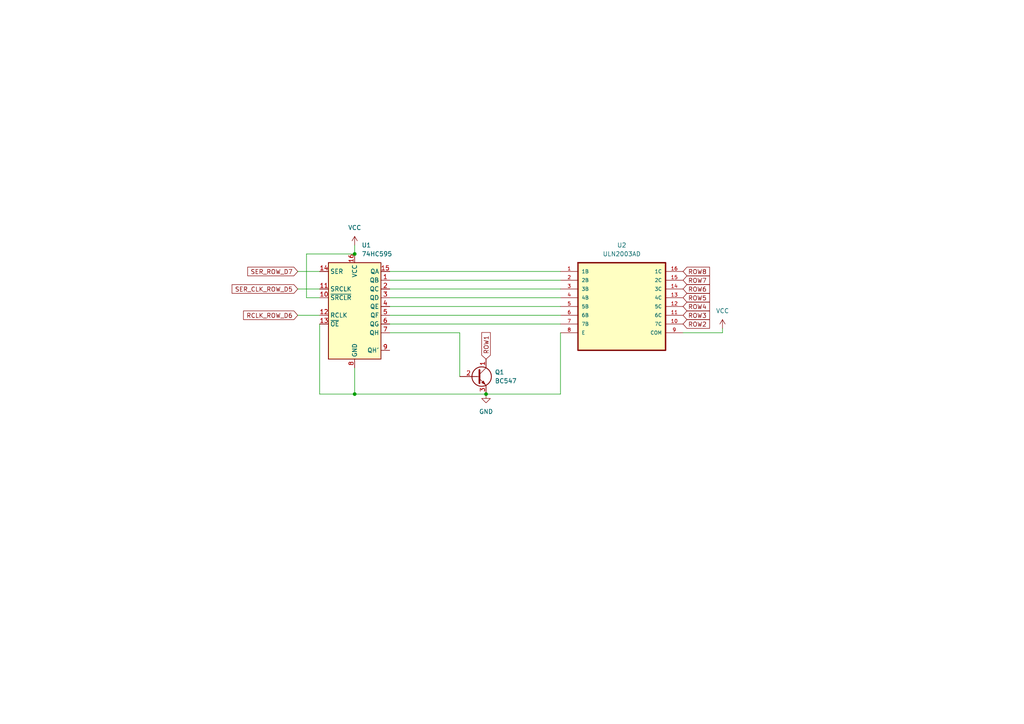
<source format=kicad_sch>
(kicad_sch (version 20211123) (generator eeschema)

  (uuid bd7abc74-5c33-4c66-97d7-cce1f87a60bb)

  (paper "A4")

  (lib_symbols
    (symbol "74xx:74HC595" (in_bom yes) (on_board yes)
      (property "Reference" "U" (id 0) (at -7.62 13.97 0)
        (effects (font (size 1.27 1.27)))
      )
      (property "Value" "74HC595" (id 1) (at -7.62 -16.51 0)
        (effects (font (size 1.27 1.27)))
      )
      (property "Footprint" "" (id 2) (at 0 0 0)
        (effects (font (size 1.27 1.27)) hide)
      )
      (property "Datasheet" "http://www.ti.com/lit/ds/symlink/sn74hc595.pdf" (id 3) (at 0 0 0)
        (effects (font (size 1.27 1.27)) hide)
      )
      (property "ki_keywords" "HCMOS SR 3State" (id 4) (at 0 0 0)
        (effects (font (size 1.27 1.27)) hide)
      )
      (property "ki_description" "8-bit serial in/out Shift Register 3-State Outputs" (id 5) (at 0 0 0)
        (effects (font (size 1.27 1.27)) hide)
      )
      (property "ki_fp_filters" "DIP*W7.62mm* SOIC*3.9x9.9mm*P1.27mm* TSSOP*4.4x5mm*P0.65mm* SOIC*5.3x10.2mm*P1.27mm* SOIC*7.5x10.3mm*P1.27mm*" (id 6) (at 0 0 0)
        (effects (font (size 1.27 1.27)) hide)
      )
      (symbol "74HC595_1_0"
        (pin tri_state line (at 10.16 7.62 180) (length 2.54)
          (name "QB" (effects (font (size 1.27 1.27))))
          (number "1" (effects (font (size 1.27 1.27))))
        )
        (pin input line (at -10.16 2.54 0) (length 2.54)
          (name "~{SRCLR}" (effects (font (size 1.27 1.27))))
          (number "10" (effects (font (size 1.27 1.27))))
        )
        (pin input line (at -10.16 5.08 0) (length 2.54)
          (name "SRCLK" (effects (font (size 1.27 1.27))))
          (number "11" (effects (font (size 1.27 1.27))))
        )
        (pin input line (at -10.16 -2.54 0) (length 2.54)
          (name "RCLK" (effects (font (size 1.27 1.27))))
          (number "12" (effects (font (size 1.27 1.27))))
        )
        (pin input line (at -10.16 -5.08 0) (length 2.54)
          (name "~{OE}" (effects (font (size 1.27 1.27))))
          (number "13" (effects (font (size 1.27 1.27))))
        )
        (pin input line (at -10.16 10.16 0) (length 2.54)
          (name "SER" (effects (font (size 1.27 1.27))))
          (number "14" (effects (font (size 1.27 1.27))))
        )
        (pin tri_state line (at 10.16 10.16 180) (length 2.54)
          (name "QA" (effects (font (size 1.27 1.27))))
          (number "15" (effects (font (size 1.27 1.27))))
        )
        (pin power_in line (at 0 15.24 270) (length 2.54)
          (name "VCC" (effects (font (size 1.27 1.27))))
          (number "16" (effects (font (size 1.27 1.27))))
        )
        (pin tri_state line (at 10.16 5.08 180) (length 2.54)
          (name "QC" (effects (font (size 1.27 1.27))))
          (number "2" (effects (font (size 1.27 1.27))))
        )
        (pin tri_state line (at 10.16 2.54 180) (length 2.54)
          (name "QD" (effects (font (size 1.27 1.27))))
          (number "3" (effects (font (size 1.27 1.27))))
        )
        (pin tri_state line (at 10.16 0 180) (length 2.54)
          (name "QE" (effects (font (size 1.27 1.27))))
          (number "4" (effects (font (size 1.27 1.27))))
        )
        (pin tri_state line (at 10.16 -2.54 180) (length 2.54)
          (name "QF" (effects (font (size 1.27 1.27))))
          (number "5" (effects (font (size 1.27 1.27))))
        )
        (pin tri_state line (at 10.16 -5.08 180) (length 2.54)
          (name "QG" (effects (font (size 1.27 1.27))))
          (number "6" (effects (font (size 1.27 1.27))))
        )
        (pin tri_state line (at 10.16 -7.62 180) (length 2.54)
          (name "QH" (effects (font (size 1.27 1.27))))
          (number "7" (effects (font (size 1.27 1.27))))
        )
        (pin power_in line (at 0 -17.78 90) (length 2.54)
          (name "GND" (effects (font (size 1.27 1.27))))
          (number "8" (effects (font (size 1.27 1.27))))
        )
        (pin output line (at 10.16 -12.7 180) (length 2.54)
          (name "QH'" (effects (font (size 1.27 1.27))))
          (number "9" (effects (font (size 1.27 1.27))))
        )
      )
      (symbol "74HC595_1_1"
        (rectangle (start -7.62 12.7) (end 7.62 -15.24)
          (stroke (width 0.254) (type default) (color 0 0 0 0))
          (fill (type background))
        )
      )
    )
    (symbol "LED_PROJECT:ULN2003AD" (pin_names (offset 1.016)) (in_bom yes) (on_board yes)
      (property "Reference" "U" (id 0) (at -12.7 13.7 0)
        (effects (font (size 1.27 1.27)) (justify left bottom))
      )
      (property "Value" "ULN2003AD" (id 1) (at -12.7 -16.7 0)
        (effects (font (size 1.27 1.27)) (justify left bottom))
      )
      (property "Footprint" "SOIC127P600X175-16N" (id 2) (at 0 0 0)
        (effects (font (size 1.27 1.27)) (justify bottom) hide)
      )
      (property "Datasheet" "" (id 3) (at 0 0 0)
        (effects (font (size 1.27 1.27)) hide)
      )
      (symbol "ULN2003AD_0_0"
        (rectangle (start -12.7 -12.7) (end 12.7 12.7)
          (stroke (width 0.41) (type default) (color 0 0 0 0))
          (fill (type background))
        )
        (pin input line (at -17.78 10.16 0) (length 5.08)
          (name "1B" (effects (font (size 1.016 1.016))))
          (number "1" (effects (font (size 1.016 1.016))))
        )
        (pin output line (at 17.78 -5.08 180) (length 5.08)
          (name "7C" (effects (font (size 1.016 1.016))))
          (number "10" (effects (font (size 1.016 1.016))))
        )
        (pin output line (at 17.78 -2.54 180) (length 5.08)
          (name "6C" (effects (font (size 1.016 1.016))))
          (number "11" (effects (font (size 1.016 1.016))))
        )
        (pin output line (at 17.78 0 180) (length 5.08)
          (name "5C" (effects (font (size 1.016 1.016))))
          (number "12" (effects (font (size 1.016 1.016))))
        )
        (pin output line (at 17.78 2.54 180) (length 5.08)
          (name "4C" (effects (font (size 1.016 1.016))))
          (number "13" (effects (font (size 1.016 1.016))))
        )
        (pin output line (at 17.78 5.08 180) (length 5.08)
          (name "3C" (effects (font (size 1.016 1.016))))
          (number "14" (effects (font (size 1.016 1.016))))
        )
        (pin output line (at 17.78 7.62 180) (length 5.08)
          (name "2C" (effects (font (size 1.016 1.016))))
          (number "15" (effects (font (size 1.016 1.016))))
        )
        (pin output line (at 17.78 10.16 180) (length 5.08)
          (name "1C" (effects (font (size 1.016 1.016))))
          (number "16" (effects (font (size 1.016 1.016))))
        )
        (pin input line (at -17.78 7.62 0) (length 5.08)
          (name "2B" (effects (font (size 1.016 1.016))))
          (number "2" (effects (font (size 1.016 1.016))))
        )
        (pin input line (at -17.78 5.08 0) (length 5.08)
          (name "3B" (effects (font (size 1.016 1.016))))
          (number "3" (effects (font (size 1.016 1.016))))
        )
        (pin input line (at -17.78 2.54 0) (length 5.08)
          (name "4B" (effects (font (size 1.016 1.016))))
          (number "4" (effects (font (size 1.016 1.016))))
        )
        (pin input line (at -17.78 0 0) (length 5.08)
          (name "5B" (effects (font (size 1.016 1.016))))
          (number "5" (effects (font (size 1.016 1.016))))
        )
        (pin input line (at -17.78 -2.54 0) (length 5.08)
          (name "6B" (effects (font (size 1.016 1.016))))
          (number "6" (effects (font (size 1.016 1.016))))
        )
        (pin input line (at -17.78 -5.08 0) (length 5.08)
          (name "7B" (effects (font (size 1.016 1.016))))
          (number "7" (effects (font (size 1.016 1.016))))
        )
        (pin input line (at -17.78 -7.62 0) (length 5.08)
          (name "E" (effects (font (size 1.016 1.016))))
          (number "8" (effects (font (size 1.016 1.016))))
        )
        (pin output line (at 17.78 -7.62 180) (length 5.08)
          (name "COM" (effects (font (size 1.016 1.016))))
          (number "9" (effects (font (size 1.016 1.016))))
        )
      )
    )
    (symbol "Transistor_BJT:BC547" (pin_names (offset 0) hide) (in_bom yes) (on_board yes)
      (property "Reference" "Q" (id 0) (at 5.08 1.905 0)
        (effects (font (size 1.27 1.27)) (justify left))
      )
      (property "Value" "BC547" (id 1) (at 5.08 0 0)
        (effects (font (size 1.27 1.27)) (justify left))
      )
      (property "Footprint" "Package_TO_SOT_THT:TO-92_Inline" (id 2) (at 5.08 -1.905 0)
        (effects (font (size 1.27 1.27) italic) (justify left) hide)
      )
      (property "Datasheet" "https://www.onsemi.com/pub/Collateral/BC550-D.pdf" (id 3) (at 0 0 0)
        (effects (font (size 1.27 1.27)) (justify left) hide)
      )
      (property "ki_keywords" "NPN Transistor" (id 4) (at 0 0 0)
        (effects (font (size 1.27 1.27)) hide)
      )
      (property "ki_description" "0.1A Ic, 45V Vce, Small Signal NPN Transistor, TO-92" (id 5) (at 0 0 0)
        (effects (font (size 1.27 1.27)) hide)
      )
      (property "ki_fp_filters" "TO?92*" (id 6) (at 0 0 0)
        (effects (font (size 1.27 1.27)) hide)
      )
      (symbol "BC547_0_1"
        (polyline
          (pts
            (xy 0 0)
            (xy 0.635 0)
          )
          (stroke (width 0) (type default) (color 0 0 0 0))
          (fill (type none))
        )
        (polyline
          (pts
            (xy 0.635 0.635)
            (xy 2.54 2.54)
          )
          (stroke (width 0) (type default) (color 0 0 0 0))
          (fill (type none))
        )
        (polyline
          (pts
            (xy 0.635 -0.635)
            (xy 2.54 -2.54)
            (xy 2.54 -2.54)
          )
          (stroke (width 0) (type default) (color 0 0 0 0))
          (fill (type none))
        )
        (polyline
          (pts
            (xy 0.635 1.905)
            (xy 0.635 -1.905)
            (xy 0.635 -1.905)
          )
          (stroke (width 0.508) (type default) (color 0 0 0 0))
          (fill (type none))
        )
        (polyline
          (pts
            (xy 1.27 -1.778)
            (xy 1.778 -1.27)
            (xy 2.286 -2.286)
            (xy 1.27 -1.778)
            (xy 1.27 -1.778)
          )
          (stroke (width 0) (type default) (color 0 0 0 0))
          (fill (type outline))
        )
        (circle (center 1.27 0) (radius 2.8194)
          (stroke (width 0.254) (type default) (color 0 0 0 0))
          (fill (type none))
        )
      )
      (symbol "BC547_1_1"
        (pin passive line (at 2.54 5.08 270) (length 2.54)
          (name "C" (effects (font (size 1.27 1.27))))
          (number "1" (effects (font (size 1.27 1.27))))
        )
        (pin input line (at -5.08 0 0) (length 5.08)
          (name "B" (effects (font (size 1.27 1.27))))
          (number "2" (effects (font (size 1.27 1.27))))
        )
        (pin passive line (at 2.54 -5.08 90) (length 2.54)
          (name "E" (effects (font (size 1.27 1.27))))
          (number "3" (effects (font (size 1.27 1.27))))
        )
      )
    )
    (symbol "power:GND" (power) (pin_names (offset 0)) (in_bom yes) (on_board yes)
      (property "Reference" "#PWR" (id 0) (at 0 -6.35 0)
        (effects (font (size 1.27 1.27)) hide)
      )
      (property "Value" "GND" (id 1) (at 0 -3.81 0)
        (effects (font (size 1.27 1.27)))
      )
      (property "Footprint" "" (id 2) (at 0 0 0)
        (effects (font (size 1.27 1.27)) hide)
      )
      (property "Datasheet" "" (id 3) (at 0 0 0)
        (effects (font (size 1.27 1.27)) hide)
      )
      (property "ki_keywords" "power-flag" (id 4) (at 0 0 0)
        (effects (font (size 1.27 1.27)) hide)
      )
      (property "ki_description" "Power symbol creates a global label with name \"GND\" , ground" (id 5) (at 0 0 0)
        (effects (font (size 1.27 1.27)) hide)
      )
      (symbol "GND_0_1"
        (polyline
          (pts
            (xy 0 0)
            (xy 0 -1.27)
            (xy 1.27 -1.27)
            (xy 0 -2.54)
            (xy -1.27 -1.27)
            (xy 0 -1.27)
          )
          (stroke (width 0) (type default) (color 0 0 0 0))
          (fill (type none))
        )
      )
      (symbol "GND_1_1"
        (pin power_in line (at 0 0 270) (length 0) hide
          (name "GND" (effects (font (size 1.27 1.27))))
          (number "1" (effects (font (size 1.27 1.27))))
        )
      )
    )
    (symbol "power:VCC" (power) (pin_names (offset 0)) (in_bom yes) (on_board yes)
      (property "Reference" "#PWR" (id 0) (at 0 -3.81 0)
        (effects (font (size 1.27 1.27)) hide)
      )
      (property "Value" "VCC" (id 1) (at 0 3.81 0)
        (effects (font (size 1.27 1.27)))
      )
      (property "Footprint" "" (id 2) (at 0 0 0)
        (effects (font (size 1.27 1.27)) hide)
      )
      (property "Datasheet" "" (id 3) (at 0 0 0)
        (effects (font (size 1.27 1.27)) hide)
      )
      (property "ki_keywords" "power-flag" (id 4) (at 0 0 0)
        (effects (font (size 1.27 1.27)) hide)
      )
      (property "ki_description" "Power symbol creates a global label with name \"VCC\"" (id 5) (at 0 0 0)
        (effects (font (size 1.27 1.27)) hide)
      )
      (symbol "VCC_0_1"
        (polyline
          (pts
            (xy -0.762 1.27)
            (xy 0 2.54)
          )
          (stroke (width 0) (type default) (color 0 0 0 0))
          (fill (type none))
        )
        (polyline
          (pts
            (xy 0 0)
            (xy 0 2.54)
          )
          (stroke (width 0) (type default) (color 0 0 0 0))
          (fill (type none))
        )
        (polyline
          (pts
            (xy 0 2.54)
            (xy 0.762 1.27)
          )
          (stroke (width 0) (type default) (color 0 0 0 0))
          (fill (type none))
        )
      )
      (symbol "VCC_1_1"
        (pin power_in line (at 0 0 90) (length 0) hide
          (name "VCC" (effects (font (size 1.27 1.27))))
          (number "1" (effects (font (size 1.27 1.27))))
        )
      )
    )
  )


  (junction (at 102.87 114.3) (diameter 0) (color 0 0 0 0)
    (uuid 15b4ebd0-d3a2-4710-bb13-472a5c336b3a)
  )
  (junction (at 140.97 114.3) (diameter 0) (color 0 0 0 0)
    (uuid 374147fa-5de5-4c24-ae25-f0731b02829f)
  )
  (junction (at 102.87 73.66) (diameter 0) (color 0 0 0 0)
    (uuid 45894a13-96d8-4df7-9790-dd83f516979e)
  )

  (wire (pts (xy 88.9 73.66) (xy 102.87 73.66))
    (stroke (width 0) (type default) (color 0 0 0 0))
    (uuid 16b89c12-9e5d-4554-9d0b-fb929e13da5d)
  )
  (wire (pts (xy 162.56 114.3) (xy 162.56 96.52))
    (stroke (width 0) (type default) (color 0 0 0 0))
    (uuid 1825e8bf-6476-4807-b651-1ef3c3217b5d)
  )
  (wire (pts (xy 162.56 86.36) (xy 113.03 86.36))
    (stroke (width 0) (type default) (color 0 0 0 0))
    (uuid 1c4ca58d-7ff6-4eb6-b961-105b1e776f5c)
  )
  (wire (pts (xy 133.35 96.52) (xy 113.03 96.52))
    (stroke (width 0) (type default) (color 0 0 0 0))
    (uuid 3dd624c6-a9e7-4921-b315-46a915203c9d)
  )
  (wire (pts (xy 113.03 81.28) (xy 162.56 81.28))
    (stroke (width 0) (type default) (color 0 0 0 0))
    (uuid 48653594-89d6-414e-9a38-476ad3ab837a)
  )
  (wire (pts (xy 113.03 93.98) (xy 162.56 93.98))
    (stroke (width 0) (type default) (color 0 0 0 0))
    (uuid 53ec1605-aec2-445a-aaec-d6362c1af545)
  )
  (wire (pts (xy 88.9 86.36) (xy 88.9 73.66))
    (stroke (width 0) (type default) (color 0 0 0 0))
    (uuid 5a5bd1a5-c19f-48aa-a952-9fe9fef43fc2)
  )
  (wire (pts (xy 140.97 114.3) (xy 162.56 114.3))
    (stroke (width 0) (type default) (color 0 0 0 0))
    (uuid 5b775652-bebb-45d2-ab03-15b6d4191b8c)
  )
  (wire (pts (xy 86.36 78.74) (xy 92.71 78.74))
    (stroke (width 0) (type default) (color 0 0 0 0))
    (uuid 5c02fd33-bbe3-4b53-94d1-812f76c6f064)
  )
  (wire (pts (xy 113.03 83.82) (xy 162.56 83.82))
    (stroke (width 0) (type default) (color 0 0 0 0))
    (uuid 5f15ad4c-5e78-4633-aa64-1fe4ba63017e)
  )
  (wire (pts (xy 102.87 106.68) (xy 102.87 114.3))
    (stroke (width 0) (type default) (color 0 0 0 0))
    (uuid 65d3d6ad-4821-4613-88c5-74f695c98973)
  )
  (wire (pts (xy 92.71 93.98) (xy 92.71 114.3))
    (stroke (width 0) (type default) (color 0 0 0 0))
    (uuid 6dbbf307-8e38-4c94-9edf-bad23ef14b52)
  )
  (wire (pts (xy 86.36 83.82) (xy 92.71 83.82))
    (stroke (width 0) (type default) (color 0 0 0 0))
    (uuid 7389da0b-401d-4143-8488-47e3fb43e8b5)
  )
  (wire (pts (xy 86.36 91.44) (xy 92.71 91.44))
    (stroke (width 0) (type default) (color 0 0 0 0))
    (uuid 79f44e94-11fa-430c-bd6a-7535853e8640)
  )
  (wire (pts (xy 198.12 96.52) (xy 209.55 96.52))
    (stroke (width 0) (type default) (color 0 0 0 0))
    (uuid 7ed59f6f-c70d-4fd8-bb31-37af3d883ae5)
  )
  (wire (pts (xy 209.55 96.52) (xy 209.55 95.25))
    (stroke (width 0) (type default) (color 0 0 0 0))
    (uuid 906fb738-e066-427c-b5c2-ee5230e0d2b0)
  )
  (wire (pts (xy 113.03 88.9) (xy 162.56 88.9))
    (stroke (width 0) (type default) (color 0 0 0 0))
    (uuid 9543b907-cac4-401b-b58d-fb4b970684a5)
  )
  (wire (pts (xy 102.87 114.3) (xy 140.97 114.3))
    (stroke (width 0) (type default) (color 0 0 0 0))
    (uuid de677cc9-3a9a-49fa-a82c-40a0caab5b7a)
  )
  (wire (pts (xy 113.03 78.74) (xy 162.56 78.74))
    (stroke (width 0) (type default) (color 0 0 0 0))
    (uuid e786046e-c4bf-440f-b709-d71ad8d1c864)
  )
  (wire (pts (xy 162.56 91.44) (xy 113.03 91.44))
    (stroke (width 0) (type default) (color 0 0 0 0))
    (uuid ea09a3fe-baec-4fbb-925a-b34e9befad8a)
  )
  (wire (pts (xy 92.71 114.3) (xy 102.87 114.3))
    (stroke (width 0) (type default) (color 0 0 0 0))
    (uuid eef831ab-7d96-4182-a249-5295833c117b)
  )
  (wire (pts (xy 92.71 86.36) (xy 88.9 86.36))
    (stroke (width 0) (type default) (color 0 0 0 0))
    (uuid f14b39d2-1372-45f9-ae94-b174e4784d6c)
  )
  (wire (pts (xy 102.87 71.12) (xy 102.87 73.66))
    (stroke (width 0) (type default) (color 0 0 0 0))
    (uuid f42c1d47-d2a8-4cb3-be8d-6c5e7c66e133)
  )
  (wire (pts (xy 133.35 109.22) (xy 133.35 96.52))
    (stroke (width 0) (type default) (color 0 0 0 0))
    (uuid f42eb530-33f9-4509-ab12-e6d9eaa4ec68)
  )

  (global_label "ROW8" (shape input) (at 198.12 78.74 0) (fields_autoplaced)
    (effects (font (size 1.27 1.27)) (justify left))
    (uuid 21de1ead-cf2f-4cba-ac09-34976c844594)
    (property "Intersheet References" "${INTERSHEET_REFS}" (id 0) (at 205.7945 78.8194 0)
      (effects (font (size 1.27 1.27)) (justify left) hide)
    )
  )
  (global_label "RCLK_ROW_D6" (shape input) (at 86.36 91.44 180) (fields_autoplaced)
    (effects (font (size 1.27 1.27)) (justify right))
    (uuid 503356a7-7c47-4a15-a0b1-2ee585436a09)
    (property "Intersheet References" "${INTERSHEET_REFS}" (id 0) (at 70.6421 91.3606 0)
      (effects (font (size 1.27 1.27)) (justify right) hide)
    )
  )
  (global_label "SER_ROW_D7" (shape input) (at 86.36 78.74 180) (fields_autoplaced)
    (effects (font (size 1.27 1.27)) (justify right))
    (uuid 5ffc1ca6-1d52-45bc-ac4d-464d0d7f08a4)
    (property "Intersheet References" "${INTERSHEET_REFS}" (id 0) (at 71.8517 78.6606 0)
      (effects (font (size 1.27 1.27)) (justify right) hide)
    )
  )
  (global_label "ROW4" (shape input) (at 198.12 88.9 0) (fields_autoplaced)
    (effects (font (size 1.27 1.27)) (justify left))
    (uuid 91f3a80d-f7f5-438e-96ec-b4a0804942de)
    (property "Intersheet References" "${INTERSHEET_REFS}" (id 0) (at 205.7945 88.9794 0)
      (effects (font (size 1.27 1.27)) (justify left) hide)
    )
  )
  (global_label "ROW2" (shape input) (at 198.12 93.98 0) (fields_autoplaced)
    (effects (font (size 1.27 1.27)) (justify left))
    (uuid 97268551-6550-4675-ac12-d4fdb0fb1631)
    (property "Intersheet References" "${INTERSHEET_REFS}" (id 0) (at 205.7945 94.0594 0)
      (effects (font (size 1.27 1.27)) (justify left) hide)
    )
  )
  (global_label "ROW1" (shape input) (at 140.97 104.14 90) (fields_autoplaced)
    (effects (font (size 1.27 1.27)) (justify left))
    (uuid 9bb3400f-d3bb-4525-9256-cd6dc0b34891)
    (property "Intersheet References" "${INTERSHEET_REFS}" (id 0) (at 141.0494 96.4655 90)
      (effects (font (size 1.27 1.27)) (justify left) hide)
    )
  )
  (global_label "ROW5" (shape input) (at 198.12 86.36 0) (fields_autoplaced)
    (effects (font (size 1.27 1.27)) (justify left))
    (uuid 9e2cebfa-34b6-43e4-880b-ac1ea468224f)
    (property "Intersheet References" "${INTERSHEET_REFS}" (id 0) (at 205.7945 86.4394 0)
      (effects (font (size 1.27 1.27)) (justify left) hide)
    )
  )
  (global_label "SER_CLK_ROW_D5" (shape input) (at 86.36 83.82 180) (fields_autoplaced)
    (effects (font (size 1.27 1.27)) (justify right))
    (uuid cfff4246-1a75-41bf-9bf8-5e047dc0628d)
    (property "Intersheet References" "${INTERSHEET_REFS}" (id 0) (at 67.3159 83.7406 0)
      (effects (font (size 1.27 1.27)) (justify right) hide)
    )
  )
  (global_label "ROW7" (shape input) (at 198.12 81.28 0) (fields_autoplaced)
    (effects (font (size 1.27 1.27)) (justify left))
    (uuid da5f389d-46f4-45e1-9779-7772383ce242)
    (property "Intersheet References" "${INTERSHEET_REFS}" (id 0) (at 205.7945 81.3594 0)
      (effects (font (size 1.27 1.27)) (justify left) hide)
    )
  )
  (global_label "ROW6" (shape input) (at 198.12 83.82 0) (fields_autoplaced)
    (effects (font (size 1.27 1.27)) (justify left))
    (uuid ec934a99-ebea-4e47-bcd5-f916812ccb44)
    (property "Intersheet References" "${INTERSHEET_REFS}" (id 0) (at 205.7945 83.8994 0)
      (effects (font (size 1.27 1.27)) (justify left) hide)
    )
  )
  (global_label "ROW3" (shape input) (at 198.12 91.44 0) (fields_autoplaced)
    (effects (font (size 1.27 1.27)) (justify left))
    (uuid f69385b1-bdac-4417-88b0-a1ab00d1fa89)
    (property "Intersheet References" "${INTERSHEET_REFS}" (id 0) (at 205.7945 91.5194 0)
      (effects (font (size 1.27 1.27)) (justify left) hide)
    )
  )

  (symbol (lib_id "Transistor_BJT:BC547") (at 138.43 109.22 0) (unit 1)
    (in_bom yes) (on_board yes) (fields_autoplaced)
    (uuid 374834de-57b4-4fcb-a10e-e6a5b431f8c6)
    (property "Reference" "Q1" (id 0) (at 143.51 107.9499 0)
      (effects (font (size 1.27 1.27)) (justify left))
    )
    (property "Value" "BC547" (id 1) (at 143.51 110.4899 0)
      (effects (font (size 1.27 1.27)) (justify left))
    )
    (property "Footprint" "Package_TO_SOT_THT:TO-92_Inline" (id 2) (at 143.51 111.125 0)
      (effects (font (size 1.27 1.27) italic) (justify left) hide)
    )
    (property "Datasheet" "https://www.onsemi.com/pub/Collateral/BC550-D.pdf" (id 3) (at 138.43 109.22 0)
      (effects (font (size 1.27 1.27)) (justify left) hide)
    )
    (pin "1" (uuid 0b0d42fc-d056-4d71-9a67-73cdcc3d6c5c))
    (pin "2" (uuid 9a54262d-b366-447e-8c24-9f6bf98e32df))
    (pin "3" (uuid ba4b31c8-7ff4-4059-bc02-923befd92ae8))
  )

  (symbol (lib_id "power:GND") (at 140.97 114.3 0) (unit 1)
    (in_bom yes) (on_board yes) (fields_autoplaced)
    (uuid 7a5d0177-e1e4-4944-b4e8-5b2a230976a9)
    (property "Reference" "#PWR0103" (id 0) (at 140.97 120.65 0)
      (effects (font (size 1.27 1.27)) hide)
    )
    (property "Value" "GND" (id 1) (at 140.97 119.38 0))
    (property "Footprint" "" (id 2) (at 140.97 114.3 0)
      (effects (font (size 1.27 1.27)) hide)
    )
    (property "Datasheet" "" (id 3) (at 140.97 114.3 0)
      (effects (font (size 1.27 1.27)) hide)
    )
    (pin "1" (uuid fc26129e-c423-4f86-b1b6-e94165da279b))
  )

  (symbol (lib_id "power:VCC") (at 209.55 95.25 0) (unit 1)
    (in_bom yes) (on_board yes) (fields_autoplaced)
    (uuid bacdfd84-ad50-42d5-a874-cbc062c81319)
    (property "Reference" "#PWR0104" (id 0) (at 209.55 99.06 0)
      (effects (font (size 1.27 1.27)) hide)
    )
    (property "Value" "VCC" (id 1) (at 209.55 90.17 0))
    (property "Footprint" "" (id 2) (at 209.55 95.25 0)
      (effects (font (size 1.27 1.27)) hide)
    )
    (property "Datasheet" "" (id 3) (at 209.55 95.25 0)
      (effects (font (size 1.27 1.27)) hide)
    )
    (pin "1" (uuid 062d8e77-bae9-4a80-a9fe-8f5a28d6aabb))
  )

  (symbol (lib_id "power:VCC") (at 102.87 71.12 0) (unit 1)
    (in_bom yes) (on_board yes) (fields_autoplaced)
    (uuid d8241db1-9b43-4de9-8597-e819fcf2b3c4)
    (property "Reference" "#PWR0105" (id 0) (at 102.87 74.93 0)
      (effects (font (size 1.27 1.27)) hide)
    )
    (property "Value" "VCC" (id 1) (at 102.87 66.04 0))
    (property "Footprint" "" (id 2) (at 102.87 71.12 0)
      (effects (font (size 1.27 1.27)) hide)
    )
    (property "Datasheet" "" (id 3) (at 102.87 71.12 0)
      (effects (font (size 1.27 1.27)) hide)
    )
    (pin "1" (uuid 457a9371-c574-4607-a363-a70415a14cca))
  )

  (symbol (lib_id "74xx:74HC595") (at 102.87 88.9 0) (unit 1)
    (in_bom yes) (on_board yes) (fields_autoplaced)
    (uuid e5f47eb0-d198-4366-aa4e-77178a5416c4)
    (property "Reference" "U1" (id 0) (at 104.8894 71.12 0)
      (effects (font (size 1.27 1.27)) (justify left))
    )
    (property "Value" "74HC595" (id 1) (at 104.8894 73.66 0)
      (effects (font (size 1.27 1.27)) (justify left))
    )
    (property "Footprint" "1_LED:MC74HC595ADTR2G" (id 2) (at 102.87 88.9 0)
      (effects (font (size 1.27 1.27)) hide)
    )
    (property "Datasheet" "http://www.ti.com/lit/ds/symlink/sn74hc595.pdf" (id 3) (at 102.87 88.9 0)
      (effects (font (size 1.27 1.27)) hide)
    )
    (pin "1" (uuid 2ef13d4f-ef37-463e-ab8f-f02af52e45d5))
    (pin "10" (uuid e058ec86-0bb2-4073-b72d-7b873c7345c6))
    (pin "11" (uuid adcae3c5-42c9-47a7-a958-47ff00caca35))
    (pin "12" (uuid 19db0328-accf-4892-9c6d-9cabd9a5bb49))
    (pin "13" (uuid 08c4f15b-0984-4367-94e5-eaab7097c271))
    (pin "14" (uuid fdef63ef-c5be-4361-9da4-0fb10ca9fe7d))
    (pin "15" (uuid 218c5a8d-3cf0-4a09-aceb-2c1abbccdb4e))
    (pin "16" (uuid bd097eba-0294-4c7a-91b6-959d9dbc36ec))
    (pin "2" (uuid 111ae4d5-17c0-4455-ab1d-c47e719a2714))
    (pin "3" (uuid f8b2ee1f-631b-4fad-951b-3d4ea2df5951))
    (pin "4" (uuid c603b5ee-9134-42ca-bba0-6294cec33465))
    (pin "5" (uuid 218e3484-b951-4fc4-861d-490dd7b17b45))
    (pin "6" (uuid 1169a0d1-a649-445d-96bd-b4da82477565))
    (pin "7" (uuid cc4459d9-6392-4fb8-baa0-c5123e3eb9e3))
    (pin "8" (uuid f176f8b1-ec74-4ed3-bd5a-5aefc7e9b00c))
    (pin "9" (uuid 2cb2fb66-858e-44be-9e76-fdb078dc9f5b))
  )

  (symbol (lib_id "LED_PROJECT:ULN2003AD") (at 180.34 88.9 0) (unit 1)
    (in_bom yes) (on_board yes) (fields_autoplaced)
    (uuid f1cda6a8-9684-4186-8a9c-78816bf85a68)
    (property "Reference" "U2" (id 0) (at 180.34 71.12 0))
    (property "Value" "ULN2003AD" (id 1) (at 180.34 73.66 0))
    (property "Footprint" "1_LED:ULN2003AD" (id 2) (at 180.34 88.9 0)
      (effects (font (size 1.27 1.27)) (justify bottom) hide)
    )
    (property "Datasheet" "" (id 3) (at 180.34 88.9 0)
      (effects (font (size 1.27 1.27)) hide)
    )
    (pin "1" (uuid 09dfabd7-5eb2-4517-af84-ab6b361d1858))
    (pin "10" (uuid 3e3dd172-e773-4527-ae2c-6fcb13d08bf4))
    (pin "11" (uuid e0af0e94-6614-4b85-95b5-e33d3155f4eb))
    (pin "12" (uuid 969b4b5c-fc80-46dd-a965-97ce57cea5f1))
    (pin "13" (uuid 591f6d1e-0c9b-4194-bdf8-d77833f0bcb5))
    (pin "14" (uuid 1fbc71ac-69c8-4dc7-bd47-b80e021e3034))
    (pin "15" (uuid ec8f3f89-5020-411a-b1bd-974d9e4318f4))
    (pin "16" (uuid a936ca47-d027-49c3-b55d-79d7d8cc7ce1))
    (pin "2" (uuid 7fc42727-1795-4cfd-a27f-4b18e7d015ef))
    (pin "3" (uuid b38e8b73-869a-4db0-b294-1600deaeef95))
    (pin "4" (uuid 2bb54c40-e9a3-457b-abd7-43a866d938ce))
    (pin "5" (uuid 0ee741ca-c1db-4e26-9cd9-75c6857552e2))
    (pin "6" (uuid 71c64241-63d8-4c41-8079-69bb00ed535e))
    (pin "7" (uuid 6f4b3851-d38c-4f77-8ffd-9c12f6a9bba6))
    (pin "8" (uuid 1a3f4125-04dc-4e43-85f0-db11cf165d8b))
    (pin "9" (uuid 861606f7-c66d-4638-adf4-251d7cd41ed7))
  )
)

</source>
